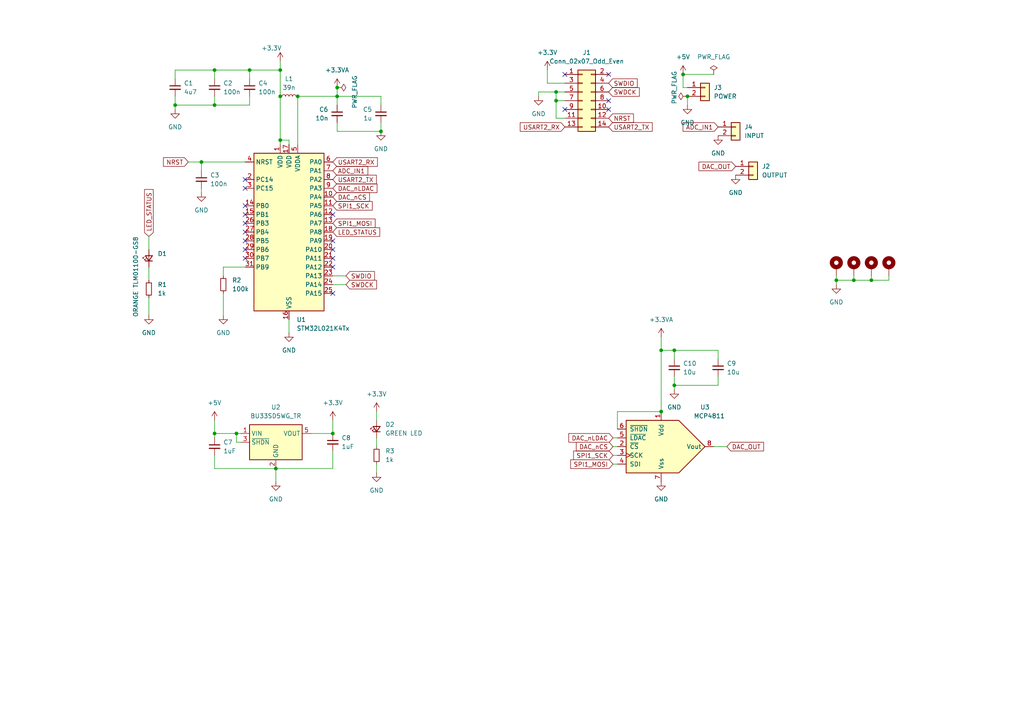
<source format=kicad_sch>
(kicad_sch (version 20230121) (generator eeschema)
  (paper "A4")
  (lib_symbols
    (symbol "Analog_DAC:MCP4801" (pin_names (offset 1.016))
      (property "Reference" "U" (at 1.27 10.795 0))
      (property "Value" "MCP4801" (at 1.27 8.89 0))
      (symbol "MCP4801_0_0"
        (polyline (pts (xy 12.7 0) (xy 5.08 7.62) (xy -10.16 7.62) (xy -10.16 -7.62) (xy 5.08 -7.62) (xy 12.7 0)) (stroke (width 0.254)) (fill (type background)))
      )
      (symbol "MCP4801_1_1"
        (pin power_in line (at 0 10.16 270) (length 2.54) (name "Vdd") (number "1"))
        (pin input line (at -12.7 0 0) (length 2.54) (name "~{CS}") (number "2"))
        (pin input clock (at -12.7 -2.54 0) (length 2.54) (name "SCK") (number "3"))
        (pin input line (at -12.7 -5.08 0) (length 2.54) (name "SDI") (number "4"))
        (pin input line (at -12.7 2.54 0) (length 2.54) (name "~{LDAC}") (number "5"))
        (pin input line (at -12.7 5.08 0) (length 2.54) (name "~{SHDN}") (number "6"))
        (pin power_in line (at 0 -10.16 90) (length 2.54) (name "Vss") (number "7"))
        (pin output line (at 15.24 0 180) (length 2.54) (name "Vout") (number "8"))
      )
    )
    (symbol "Connector_Generic:Conn_01x02" (pin_names (offset 1.016) hide)
      (property "Reference" "J" (at 0 2.54 0))
      (property "Value" "Conn_01x02" (at 0 -5.08 0))
      (symbol "Conn_01x02_1_1"
        (rectangle (start -1.27 -2.413) (end 0 -2.667) (stroke (width 0.1524)))
        (rectangle (start -1.27 0.127) (end 0 -0.127) (stroke (width 0.1524)))
        (rectangle (start -1.27 1.27) (end 1.27 -3.81) (stroke (width 0.254)) (fill (type background)))
        (pin passive line (at -5.08 0 0) (length 3.81) (name "Pin_1") (number "1"))
        (pin passive line (at -5.08 -2.54 0) (length 3.81) (name "Pin_2") (number "2"))
      )
    )
    (symbol "Connector_Generic:Conn_02x07_Odd_Even" (pin_names (offset 1.016) hide)
      (property "Reference" "J" (at 1.27 10.16 0))
      (property "Value" "Conn_02x07_Odd_Even" (at 1.27 -10.16 0))
      (symbol "Conn_02x07_Odd_Even_1_1"
        (rectangle (start -1.27 -7.493) (end 0 -7.747) (stroke (width 0.1524)))
        (rectangle (start -1.27 -4.953) (end 0 -5.207) (stroke (width 0.1524)))
        (rectangle (start -1.27 -2.413) (end 0 -2.667) (stroke (width 0.1524)))
        (rectangle (start -1.27 0.127) (end 0 -0.127) (stroke (width 0.1524)))
        (rectangle (start -1.27 2.667) (end 0 2.413) (stroke (width 0.1524)))
        (rectangle (start -1.27 5.207) (end 0 4.953) (stroke (width 0.1524)))
        (rectangle (start -1.27 7.747) (end 0 7.493) (stroke (width 0.1524)))
        (rectangle (start -1.27 8.89) (end 3.81 -8.89) (stroke (width 0.254)) (fill (type background)))
        (rectangle (start 3.81 -7.493) (end 2.54 -7.747) (stroke (width 0.1524)))
        (rectangle (start 3.81 -4.953) (end 2.54 -5.207) (stroke (width 0.1524)))
        (rectangle (start 3.81 -2.413) (end 2.54 -2.667) (stroke (width 0.1524)))
        (rectangle (start 3.81 0.127) (end 2.54 -0.127) (stroke (width 0.1524)))
        (rectangle (start 3.81 2.667) (end 2.54 2.413) (stroke (width 0.1524)))
        (rectangle (start 3.81 5.207) (end 2.54 4.953) (stroke (width 0.1524)))
        (rectangle (start 3.81 7.747) (end 2.54 7.493) (stroke (width 0.1524)))
        (pin passive line (at -5.08 7.62 0) (length 3.81) (name "Pin_1") (number "1"))
        (pin passive line (at 7.62 -2.54 180) (length 3.81) (name "Pin_10") (number "10"))
        (pin passive line (at -5.08 -5.08 0) (length 3.81) (name "Pin_11") (number "11"))
        (pin passive line (at 7.62 -5.08 180) (length 3.81) (name "Pin_12") (number "12"))
        (pin passive line (at -5.08 -7.62 0) (length 3.81) (name "Pin_13") (number "13"))
        (pin passive line (at 7.62 -7.62 180) (length 3.81) (name "Pin_14") (number "14"))
        (pin passive line (at 7.62 7.62 180) (length 3.81) (name "Pin_2") (number "2"))
        (pin passive line (at -5.08 5.08 0) (length 3.81) (name "Pin_3") (number "3"))
        (pin passive line (at 7.62 5.08 180) (length 3.81) (name "Pin_4") (number "4"))
        (pin passive line (at -5.08 2.54 0) (length 3.81) (name "Pin_5") (number "5"))
        (pin passive line (at 7.62 2.54 180) (length 3.81) (name "Pin_6") (number "6"))
        (pin passive line (at -5.08 0 0) (length 3.81) (name "Pin_7") (number "7"))
        (pin passive line (at 7.62 0 180) (length 3.81) (name "Pin_8") (number "8"))
        (pin passive line (at -5.08 -2.54 0) (length 3.81) (name "Pin_9") (number "9"))
      )
    )
    (symbol "Device:C_Small" (pin_numbers hide) (pin_names (offset 0.254) hide)
      (property "Reference" "C" (at 0.254 1.778 0))
      (property "Value" "C_Small" (at 0.254 -2.032 0))
      (symbol "C_Small_0_1"
        (polyline (pts (xy -1.524 -0.508) (xy 1.524 -0.508)) (stroke (width 0.3302)))
        (polyline (pts (xy -1.524 0.508) (xy 1.524 0.508)) (stroke (width 0.3048)))
      )
      (symbol "C_Small_1_1"
        (pin passive line (at 0 2.54 270) (length 2.032) (name "~") (number "1"))
        (pin passive line (at 0 -2.54 90) (length 2.032) (name "~") (number "2"))
      )
    )
    (symbol "Device:LED_Small" (pin_numbers hide) (pin_names (offset 0.254) hide)
      (property "Reference" "D" (at -1.27 3.175 0))
      (property "Value" "LED_Small" (at -4.445 -2.54 0))
      (symbol "LED_Small_0_1"
        (polyline (pts (xy -0.762 -1.016) (xy -0.762 1.016)) (stroke (width 0.254)))
        (polyline (pts (xy 1.016 0) (xy -0.762 0)))
        (polyline (pts (xy 0.762 -1.016) (xy -0.762 0) (xy 0.762 1.016) (xy 0.762 -1.016)) (stroke (width 0.254)))
        (polyline (pts (xy 0 0.762) (xy -0.508 1.27) (xy -0.254 1.27) (xy -0.508 1.27) (xy -0.508 1.016)))
        (polyline (pts (xy 0.508 1.27) (xy 0 1.778) (xy 0.254 1.778) (xy 0 1.778) (xy 0 1.524)))
      )
      (symbol "LED_Small_1_1"
        (pin passive line (at -2.54 0 0) (length 1.778) (name "K") (number "1"))
        (pin passive line (at 2.54 0 180) (length 1.778) (name "A") (number "2"))
      )
    )
    (symbol "Device:L_Small" (pin_numbers hide) (pin_names (offset 0.254) hide)
      (property "Reference" "L" (at 0.762 1.016 0))
      (property "Value" "L_Small" (at 0.762 -1.016 0))
      (symbol "L_Small_0_1"
        (arc (start 0 -2.032) (mid 0.5058 -1.524) (end 0 -1.016))
        (arc (start 0 -1.016) (mid 0.5058 -0.508) (end 0 0))
        (arc (start 0 0) (mid 0.5058 0.508) (end 0 1.016))
        (arc (start 0 1.016) (mid 0.5058 1.524) (end 0 2.032))
      )
      (symbol "L_Small_1_1"
        (pin passive line (at 0 2.54 270) (length 0.508) (name "~") (number "1"))
        (pin passive line (at 0 -2.54 90) (length 0.508) (name "~") (number "2"))
      )
    )
    (symbol "Device:R_Small" (pin_numbers hide) (pin_names (offset 0.254) hide)
      (property "Reference" "R" (at 0.762 0.508 0))
      (property "Value" "R_Small" (at 0.762 -1.016 0))
      (symbol "R_Small_0_1"
        (rectangle (start -0.762 1.778) (end 0.762 -1.778) (stroke (width 0.2032)))
      )
      (symbol "R_Small_1_1"
        (pin passive line (at 0 2.54 270) (length 0.762) (name "~") (number "1"))
        (pin passive line (at 0 -2.54 90) (length 0.762) (name "~") (number "2"))
      )
    )
    (symbol "MCU_ST_STM32L0:STM32L021K4Tx"
      (property "Reference" "U" (at -10.16 24.13 0))
      (property "Value" "STM32L021K4Tx" (at 5.08 24.13 0))
      (symbol "STM32L021K4Tx_0_1"
        (rectangle (start -10.16 -22.86) (end 10.16 22.86) (stroke (width 0.254)) (fill (type background)))
      )
      (symbol "STM32L021K4Tx_1_1"
        (pin power_in line (at -2.54 25.4 270) (length 2.54) (name "VDD") (number "1"))
        (pin bidirectional line (at 12.7 10.16 180) (length 2.54) (name "PA4") (number "10"))
        (pin bidirectional line (at 12.7 7.62 180) (length 2.54) (name "PA5") (number "11"))
        (pin bidirectional line (at 12.7 5.08 180) (length 2.54) (name "PA6") (number "12"))
        (pin bidirectional line (at 12.7 2.54 180) (length 2.54) (name "PA7") (number "13"))
        (pin bidirectional line (at -12.7 7.62 0) (length 2.54) (name "PB0") (number "14"))
        (pin bidirectional line (at -12.7 5.08 0) (length 2.54) (name "PB1") (number "15"))
        (pin power_in line (at 0 -25.4 90) (length 2.54) (name "VSS") (number "16"))
        (pin power_in line (at 0 25.4 270) (length 2.54) (name "VDD") (number "17"))
        (pin bidirectional line (at 12.7 0 180) (length 2.54) (name "PA8") (number "18"))
        (pin bidirectional line (at 12.7 -2.54 180) (length 2.54) (name "PA9") (number "19"))
        (pin bidirectional line (at -12.7 15.24 0) (length 2.54) (name "PC14") (number "2"))
        (pin bidirectional line (at 12.7 -5.08 180) (length 2.54) (name "PA10") (number "20"))
        (pin bidirectional line (at 12.7 -7.62 180) (length 2.54) (name "PA11") (number "21"))
        (pin bidirectional line (at 12.7 -10.16 180) (length 2.54) (name "PA12") (number "22"))
        (pin bidirectional line (at 12.7 -12.7 180) (length 2.54) (name "PA13") (number "23"))
        (pin bidirectional line (at 12.7 -15.24 180) (length 2.54) (name "PA14") (number "24"))
        (pin bidirectional line (at 12.7 -17.78 180) (length 2.54) (name "PA15") (number "25"))
        (pin bidirectional line (at -12.7 2.54 0) (length 2.54) (name "PB3") (number "26"))
        (pin bidirectional line (at -12.7 0 0) (length 2.54) (name "PB4") (number "27"))
        (pin bidirectional line (at -12.7 -2.54 0) (length 2.54) (name "PB5") (number "28"))
        (pin bidirectional line (at -12.7 -5.08 0) (length 2.54) (name "PB6") (number "29"))
        (pin bidirectional line (at -12.7 12.7 0) (length 2.54) (name "PC15") (number "3"))
        (pin bidirectional line (at -12.7 -7.62 0) (length 2.54) (name "PB7") (number "30"))
        (pin bidirectional line (at -12.7 -10.16 0) (length 2.54) (name "PB9") (number "31"))
        (pin passive line (at 0 -25.4 90) (length 2.54) hide (name "VSS") (number "32"))
        (pin input line (at -12.7 20.32 0) (length 2.54) (name "NRST") (number "4"))
        (pin power_in line (at 2.54 25.4 270) (length 2.54) (name "VDDA") (number "5"))
        (pin bidirectional line (at 12.7 20.32 180) (length 2.54) (name "PA0") (number "6"))
        (pin bidirectional line (at 12.7 17.78 180) (length 2.54) (name "PA1") (number "7"))
        (pin bidirectional line (at 12.7 15.24 180) (length 2.54) (name "PA2") (number "8"))
        (pin bidirectional line (at 12.7 12.7 180) (length 2.54) (name "PA3") (number "9"))
      )
    )
    (symbol "Mechanical:MountingHole_Pad" (pin_numbers hide) (pin_names (offset 1.016) hide)
      (property "Reference" "H" (at 0 6.35 0))
      (property "Value" "MountingHole_Pad" (at 0 4.445 0))
      (symbol "MountingHole_Pad_0_1"
        (circle (center 0 1.27) (radius 1.27) (stroke (width 1.27)))
      )
      (symbol "MountingHole_Pad_1_1"
        (pin input line (at 0 -2.54 90) (length 2.54) (name "1") (number "1"))
      )
    )
    (symbol "Regulator_Linear:MCP1802x-xx02xOT"
      (property "Reference" "U" (at -6.35 6.35 0))
      (property "Value" "MCP1802x-xx02xOT" (at 0 6.35 0))
      (symbol "MCP1802x-xx02xOT_0_1"
        (rectangle (start -7.62 5.08) (end 7.62 -5.08) (stroke (width 0.254)) (fill (type background)))
      )
      (symbol "MCP1802x-xx02xOT_1_1"
        (pin power_in line (at -10.16 2.54 0) (length 2.54) (name "VIN") (number "1"))
        (pin power_in line (at 0 -7.62 90) (length 2.54) (name "GND") (number "2"))
        (pin input line (at -10.16 0 0) (length 2.54) (name "~{SHDN}") (number "3"))
        (pin no_connect line (at 7.62 0 180) (length 2.54) hide (name "NC") (number "4"))
        (pin power_out line (at 10.16 2.54 180) (length 2.54) (name "VOUT") (number "5"))
      )
    )
    (symbol "power:+3.3V" (power) (pin_names (offset 0))
      (property "Value" "+3.3V" (at 0 3.556 0))
      (symbol "+3.3V_0_1"
        (polyline (pts (xy -0.762 1.27) (xy 0 2.54)))
        (polyline (pts (xy 0 0) (xy 0 2.54)))
        (polyline (pts (xy 0 2.54) (xy 0.762 1.27)))
      )
      (symbol "+3.3V_1_1"
        (pin power_in line (at 0 0 90) (length 0) hide (name "+3.3V") (number "1"))
      )
    )
    (symbol "power:+3.3VA" (power) (pin_names (offset 0))
      (property "Value" "+3.3VA" (at 0 3.556 0))
      (symbol "+3.3VA_0_1"
        (polyline (pts (xy -0.762 1.27) (xy 0 2.54)))
        (polyline (pts (xy 0 0) (xy 0 2.54)))
        (polyline (pts (xy 0 2.54) (xy 0.762 1.27)))
      )
      (symbol "+3.3VA_1_1"
        (pin power_in line (at 0 0 90) (length 0) hide (name "+3.3VA") (number "1"))
      )
    )
    (symbol "power:+5V" (power) (pin_names (offset 0))
      (property "Value" "+5V" (at 0 3.556 0))
      (symbol "+5V_0_1"
        (polyline (pts (xy -0.762 1.27) (xy 0 2.54)))
        (polyline (pts (xy 0 0) (xy 0 2.54)))
        (polyline (pts (xy 0 2.54) (xy 0.762 1.27)))
      )
      (symbol "+5V_1_1"
        (pin power_in line (at 0 0 90) (length 0) hide (name "+5V") (number "1"))
      )
    )
    (symbol "power:GND" (power) (pin_names (offset 0))
      (property "Value" "GND" (at 0 -3.81 0))
      (symbol "GND_0_1"
        (polyline (pts (xy 0 0) (xy 0 -1.27) (xy 1.27 -1.27) (xy 0 -2.54) (xy -1.27 -1.27) (xy 0 -1.27)))
      )
      (symbol "GND_1_1"
        (pin power_in line (at 0 0 270) (length 0) hide (name "GND") (number "1"))
      )
    )
    (symbol "power:PWR_FLAG" (power) (pin_numbers hide) (pin_names (offset 0) hide)
      (property "Value" "PWR_FLAG" (at 0 3.81 0))
      (symbol "PWR_FLAG_0_0"
        (pin power_out line (at 0 0 90) (length 0) (name "pwr") (number "1"))
      )
      (symbol "PWR_FLAG_0_1"
        (polyline (pts (xy 0 0) (xy 0 1.27) (xy -1.016 1.905) (xy 0 2.54) (xy 1.016 1.905) (xy 0 1.27)))
      )
    )
  )
  (junction (at 242.57 81.28))
  (junction (at 191.77 119.38))
  (junction (at 161.29 29.21))
  (junction (at 195.58 111.76))
  (junction (at 86.36 27.94))
  (junction (at 252.73 81.28))
  (junction (at 62.23 30.48))
  (junction (at 110.49 38.1))
  (junction (at 198.12 21.59))
  (junction (at 97.79 27.94))
  (junction (at 195.58 101.6))
  (junction (at 199.39 27.94))
  (junction (at 62.23 125.73))
  (junction (at 161.29 26.67))
  (junction (at 81.28 20.32))
  (junction (at 191.77 101.6))
  (junction (at 247.65 81.28))
  (junction (at 68.58 125.73))
  (junction (at 81.28 27.94))
  (junction (at 58.42 46.99))
  (junction (at 62.23 20.32))
  (junction (at 80.01 135.89))
  (junction (at 81.28 40.64))
  (junction (at 72.39 20.32))
  (junction (at 96.52 125.73))
  (junction (at 50.8 30.48))
  (junction (at 97.79 25.4))
  (no_connect (at 96.52 77.47))
  (no_connect (at 71.12 64.77))
  (no_connect (at 96.52 69.85))
  (no_connect (at 163.83 21.59))
  (no_connect (at 71.12 69.85))
  (no_connect (at 71.12 52.07))
  (no_connect (at 176.53 29.21))
  (no_connect (at 176.53 21.59))
  (no_connect (at 176.53 31.75))
  (no_connect (at 71.12 72.39))
  (no_connect (at 163.83 31.75))
  (no_connect (at 71.12 67.31))
  (no_connect (at 71.12 59.69))
  (no_connect (at 96.52 85.09))
  (no_connect (at 71.12 54.61))
  (no_connect (at 96.52 72.39))
  (no_connect (at 71.12 62.23))
  (no_connect (at 96.52 74.93))
  (no_connect (at 71.12 74.93))
  (no_connect (at 96.52 62.23))
  (wire (pts (xy 191.77 97.79) (xy 191.77 101.6)))
  (wire (pts (xy 64.77 80.01) (xy 64.77 77.47)))
  (wire (pts (xy 195.58 111.76) (xy 195.58 113.03)))
  (wire (pts (xy 208.28 104.14) (xy 208.28 101.6)))
  (wire (pts (xy 96.52 82.55) (xy 100.33 82.55)))
  (wire (pts (xy 110.49 35.56) (xy 110.49 38.1)))
  (wire (pts (xy 81.28 40.64) (xy 83.82 40.64)))
  (wire (pts (xy 158.75 24.13) (xy 163.83 24.13)))
  (wire (pts (xy 208.28 111.76) (xy 195.58 111.76)))
  (wire (pts (xy 242.57 81.28) (xy 242.57 82.55)))
  (wire (pts (xy 83.82 41.91) (xy 83.82 40.64)))
  (wire (pts (xy 109.22 119.38) (xy 109.22 121.92)))
  (wire (pts (xy 69.85 128.27) (xy 68.58 128.27)))
  (wire (pts (xy 179.07 119.38) (xy 191.77 119.38)))
  (wire (pts (xy 81.28 20.32) (xy 81.28 27.94)))
  (wire (pts (xy 50.8 27.94) (xy 50.8 30.48)))
  (wire (pts (xy 177.8 127) (xy 179.07 127)))
  (wire (pts (xy 163.83 26.67) (xy 161.29 26.67)))
  (wire (pts (xy 252.73 81.28) (xy 257.81 81.28)))
  (wire (pts (xy 96.52 80.01) (xy 100.33 80.01)))
  (wire (pts (xy 62.23 125.73) (xy 62.23 127)))
  (wire (pts (xy 177.8 134.62) (xy 179.07 134.62)))
  (wire (pts (xy 90.17 125.73) (xy 96.52 125.73)))
  (wire (pts (xy 81.28 40.64) (xy 81.28 41.91)))
  (wire (pts (xy 50.8 30.48) (xy 62.23 30.48)))
  (wire (pts (xy 81.28 17.78) (xy 81.28 20.32)))
  (wire (pts (xy 62.23 27.94) (xy 62.23 30.48)))
  (wire (pts (xy 161.29 29.21) (xy 161.29 34.29)))
  (wire (pts (xy 68.58 128.27) (xy 68.58 125.73)))
  (wire (pts (xy 43.18 68.58) (xy 43.18 72.39)))
  (wire (pts (xy 58.42 54.61) (xy 58.42 55.88)))
  (wire (pts (xy 198.12 25.4) (xy 199.39 25.4)))
  (wire (pts (xy 72.39 20.32) (xy 81.28 20.32)))
  (wire (pts (xy 58.42 46.99) (xy 58.42 49.53)))
  (wire (pts (xy 257.81 81.28) (xy 257.81 80.01)))
  (wire (pts (xy 208.28 101.6) (xy 195.58 101.6)))
  (wire (pts (xy 252.73 80.01) (xy 252.73 81.28)))
  (wire (pts (xy 109.22 134.62) (xy 109.22 137.16)))
  (wire (pts (xy 62.23 121.92) (xy 62.23 125.73)))
  (wire (pts (xy 247.65 80.01) (xy 247.65 81.28)))
  (wire (pts (xy 207.01 21.59) (xy 198.12 21.59)))
  (wire (pts (xy 43.18 77.47) (xy 43.18 81.28)))
  (wire (pts (xy 199.39 30.48) (xy 199.39 27.94)))
  (wire (pts (xy 86.36 27.94) (xy 86.36 41.91)))
  (wire (pts (xy 43.18 86.36) (xy 43.18 91.44)))
  (wire (pts (xy 83.82 92.71) (xy 83.82 96.52)))
  (wire (pts (xy 58.42 46.99) (xy 71.12 46.99)))
  (wire (pts (xy 69.85 125.73) (xy 68.58 125.73)))
  (wire (pts (xy 161.29 34.29) (xy 163.83 34.29)))
  (wire (pts (xy 64.77 77.47) (xy 71.12 77.47)))
  (wire (pts (xy 161.29 26.67) (xy 161.29 29.21)))
  (wire (pts (xy 177.8 132.08) (xy 179.07 132.08)))
  (wire (pts (xy 54.61 46.99) (xy 58.42 46.99)))
  (wire (pts (xy 64.77 85.09) (xy 64.77 91.44)))
  (wire (pts (xy 158.75 24.13) (xy 158.75 20.32)))
  (wire (pts (xy 96.52 121.92) (xy 96.52 125.73)))
  (wire (pts (xy 97.79 35.56) (xy 97.79 38.1)))
  (wire (pts (xy 97.79 27.94) (xy 86.36 27.94)))
  (wire (pts (xy 97.79 38.1) (xy 110.49 38.1)))
  (wire (pts (xy 62.23 125.73) (xy 68.58 125.73)))
  (wire (pts (xy 97.79 30.48) (xy 97.79 27.94)))
  (wire (pts (xy 161.29 26.67) (xy 156.21 26.67)))
  (wire (pts (xy 163.83 29.21) (xy 161.29 29.21)))
  (wire (pts (xy 62.23 20.32) (xy 50.8 20.32)))
  (wire (pts (xy 109.22 127) (xy 109.22 129.54)))
  (wire (pts (xy 191.77 101.6) (xy 191.77 119.38)))
  (wire (pts (xy 198.12 21.59) (xy 198.12 25.4)))
  (wire (pts (xy 62.23 30.48) (xy 72.39 30.48)))
  (wire (pts (xy 62.23 132.08) (xy 62.23 135.89)))
  (wire (pts (xy 195.58 101.6) (xy 195.58 104.14)))
  (wire (pts (xy 179.07 124.46) (xy 179.07 119.38)))
  (wire (pts (xy 80.01 135.89) (xy 80.01 139.7)))
  (wire (pts (xy 50.8 30.48) (xy 50.8 31.75)))
  (wire (pts (xy 96.52 130.81) (xy 96.52 135.89)))
  (wire (pts (xy 81.28 40.64) (xy 81.28 27.94)))
  (wire (pts (xy 207.01 129.54) (xy 210.82 129.54)))
  (wire (pts (xy 50.8 20.32) (xy 50.8 22.86)))
  (wire (pts (xy 208.28 109.22) (xy 208.28 111.76)))
  (wire (pts (xy 156.21 26.67) (xy 156.21 27.94)))
  (wire (pts (xy 72.39 22.86) (xy 72.39 20.32)))
  (wire (pts (xy 191.77 101.6) (xy 195.58 101.6)))
  (wire (pts (xy 177.8 129.54) (xy 179.07 129.54)))
  (wire (pts (xy 72.39 27.94) (xy 72.39 30.48)))
  (wire (pts (xy 110.49 27.94) (xy 110.49 30.48)))
  (wire (pts (xy 247.65 81.28) (xy 252.73 81.28)))
  (wire (pts (xy 62.23 135.89) (xy 80.01 135.89)))
  (wire (pts (xy 242.57 81.28) (xy 247.65 81.28)))
  (wire (pts (xy 110.49 27.94) (xy 97.79 27.94)))
  (wire (pts (xy 62.23 22.86) (xy 62.23 20.32)))
  (wire (pts (xy 96.52 135.89) (xy 80.01 135.89)))
  (wire (pts (xy 195.58 109.22) (xy 195.58 111.76)))
  (wire (pts (xy 97.79 25.4) (xy 97.79 27.94)))
  (wire (pts (xy 242.57 80.01) (xy 242.57 81.28)))
  (wire (pts (xy 62.23 20.32) (xy 72.39 20.32)))
  (global_label "SPI1_SCK" (shape input) (at 96.52 59.69 0) (property "Intersheetrefs" "${INTERSHEET_REFS}" (effects hide)))
  (global_label "NRST" (shape input) (at 176.53 34.29 0) (property "Intersheetrefs" "${INTERSHEET_REFS}" (effects hide)))
  (global_label "DAC_OUT" (shape input) (at 213.36 48.26 180) (property "Intersheetrefs" "${INTERSHEET_REFS}" (effects hide)))
  (global_label "DAC_OUT" (shape input) (at 210.82 129.54 0) (property "Intersheetrefs" "${INTERSHEET_REFS}" (effects hide)))
  (global_label "ADC_IN1" (shape input) (at 208.28 36.83 180) (property "Intersheetrefs" "${INTERSHEET_REFS}" (effects hide)))
  (global_label "LED_STATUS" (shape input) (at 43.18 68.58 90) (property "Intersheetrefs" "${INTERSHEET_REFS}" (effects hide)))
  (global_label "SPI1_SCK" (shape input) (at 177.8 132.08 180) (property "Intersheetrefs" "${INTERSHEET_REFS}" (effects hide)))
  (global_label "SPI1_MOSI" (shape input) (at 177.8 134.62 180) (property "Intersheetrefs" "${INTERSHEET_REFS}" (effects hide)))
  (global_label "SWDIO" (shape input) (at 100.33 80.01 0) (property "Intersheetrefs" "${INTERSHEET_REFS}" (effects hide)))
  (global_label "SWDCK" (shape input) (at 100.33 82.55 0) (property "Intersheetrefs" "${INTERSHEET_REFS}" (effects hide)))
  (global_label "SWDIO" (shape input) (at 176.53 24.13 0) (property "Intersheetrefs" "${INTERSHEET_REFS}" (effects hide)))
  (global_label "SWDCK" (shape input) (at 176.53 26.67 0) (property "Intersheetrefs" "${INTERSHEET_REFS}" (effects hide)))
  (global_label "USART2_RX" (shape input) (at 163.83 36.83 180) (property "Intersheetrefs" "${INTERSHEET_REFS}" (effects hide)))
  (global_label "DAC_nLDAC" (shape input) (at 177.8 127 180) (property "Intersheetrefs" "${INTERSHEET_REFS}" (effects hide)))
  (global_label "DAC_nLDAC" (shape input) (at 96.52 54.61 0) (property "Intersheetrefs" "${INTERSHEET_REFS}" (effects hide)))
  (global_label "USART2_TX" (shape input) (at 96.52 52.07 0) (property "Intersheetrefs" "${INTERSHEET_REFS}" (effects hide)))
  (global_label "ADC_IN1" (shape input) (at 96.52 49.53 0) (property "Intersheetrefs" "${INTERSHEET_REFS}" (effects hide)))
  (global_label "LED_STATUS" (shape input) (at 96.52 67.31 0) (property "Intersheetrefs" "${INTERSHEET_REFS}" (effects hide)))
  (global_label "DAC_nCS" (shape input) (at 96.52 57.15 0) (property "Intersheetrefs" "${INTERSHEET_REFS}" (effects hide)))
  (global_label "DAC_nCS" (shape input) (at 177.8 129.54 180) (property "Intersheetrefs" "${INTERSHEET_REFS}" (effects hide)))
  (global_label "USART2_RX" (shape input) (at 96.52 46.99 0) (property "Intersheetrefs" "${INTERSHEET_REFS}" (effects hide)))
  (global_label "NRST" (shape input) (at 54.61 46.99 180) (property "Intersheetrefs" "${INTERSHEET_REFS}" (effects hide)))
  (global_label "SPI1_MOSI" (shape input) (at 96.52 64.77 0) (property "Intersheetrefs" "${INTERSHEET_REFS}" (effects hide)))
  (global_label "USART2_TX" (shape input) (at 176.53 36.83 0) (property "Intersheetrefs" "${INTERSHEET_REFS}" (effects hide)))
  (symbol (lib_id "power:GND") (at 208.28 39.37 0) (unit 1)
    (property "Reference" "#PWR021" (effects hide))
    (property "Value" "GND" (at 208.28 44.45 0))
  )
  (symbol (lib_id "power:+3.3VA") (at 97.79 25.4 0) (mirror y) (unit 1)
    (property "Reference" "#PWR07" (effects hide))
    (property "Value" "+3.3VA" (at 97.79 20.32 0))
  )
  (symbol (lib_id "power:GND") (at 64.77 91.44 0) (unit 1)
    (property "Reference" "#PWR010" (effects hide))
    (property "Value" "GND" (at 64.77 96.52 0))
  )
  (symbol (lib_id "power:GND") (at 58.42 55.88 0) (unit 1)
    (property "Reference" "#PWR011" (effects hide))
    (property "Value" "GND" (at 58.42 60.96 0))
  )
  (symbol (lib_id "Device:C_Small") (at 62.23 25.4 0) (unit 1)
    (property "Reference" "C2" (at 64.77 24.1363 0) (effects (justify left)))
    (property "Value" "100n" (at 64.77 26.6763 0) (effects (justify left)))
    (property "Footprint" "Capacitor_SMD:C_0805_2012Metric_Pad1.18x1.45mm_HandSolder" (effects hide))
  )
  (symbol (lib_id "Connector_Generic:Conn_02x07_Odd_Even") (at 168.91 29.21 0) (unit 1)
    (property "Reference" "J1" (at 170.18 15.24 0))
    (property "Value" "Conn_02x07_Odd_Even" (at 170.18 17.78 0))
    (property "Footprint" "Connector_PinHeader_1.27mm:PinHeader_2x07_P1.27mm_Vertical_SMD" (effects hide))
  )
  (symbol (lib_id "power:GND") (at 213.36 50.8 0) (unit 1)
    (property "Reference" "#PWR022" (effects hide))
    (property "Value" "GND" (at 213.36 55.88 0))
  )
  (symbol (lib_id "Device:R_Small") (at 43.18 83.82 0) (unit 1)
    (property "Reference" "R1" (at 45.72 82.55 0) (effects (justify left)))
    (property "Value" "1k" (at 45.72 85.09 0) (effects (justify left)))
    (property "Footprint" "Resistor_SMD:R_0805_2012Metric_Pad1.20x1.40mm_HandSolder" (effects hide))
  )
  (symbol (lib_id "power:PWR_FLAG") (at 199.39 27.94 90) (unit 1)
    (property "Reference" "#FLG03" (effects hide))
    (property "Value" "PWR_FLAG" (at 195.58 25.4 0))
  )
  (symbol (lib_id "power:GND") (at 195.58 113.03 0) (unit 1)
    (property "Reference" "#PWR014" (effects hide))
    (property "Value" "GND" (at 195.58 118.11 0))
  )
  (symbol (lib_id "power:+5V") (at 62.23 121.92 0) (unit 1)
    (property "Reference" "#PWR013" (effects hide))
    (property "Value" "+5V" (at 62.23 116.84 0))
  )
  (symbol (lib_id "Device:R_Small") (at 64.77 82.55 0) (unit 1)
    (property "Reference" "R2" (at 67.31 81.28 0) (effects (justify left)))
    (property "Value" "100k" (at 67.31 83.82 0) (effects (justify left)))
    (property "Footprint" "Resistor_SMD:R_0805_2012Metric_Pad1.20x1.40mm_HandSolder" (effects hide))
  )
  (symbol (lib_id "Mechanical:MountingHole_Pad") (at 242.57 77.47 0) (unit 1)
    (property "Reference" "H101" (effects hide))
    (property "Value" "MountingHole_Pad" (effects hide))
    (property "Footprint" "MountingHole:MountingHole_3.2mm_M3_Pad" (effects hide))
  )
  (symbol (lib_id "power:+3.3V") (at 96.52 121.92 0) (unit 1)
    (property "Reference" "#PWR012" (effects hide))
    (property "Value" "+3.3V" (at 96.52 116.84 0))
  )
  (symbol (lib_id "power:GND") (at 156.21 27.94 0) (unit 1)
    (property "Reference" "#PWR016" (effects hide))
    (property "Value" "GND" (at 156.21 33.02 0))
  )
  (symbol (lib_id "MCU_ST_STM32L0:STM32L021K4Tx") (at 83.82 67.31 0) (unit 1)
    (property "Reference" "U1" (at 86.0141 92.71 0) (effects (justify left)))
    (property "Value" "STM32L021K4Tx" (at 86.0141 95.25 0) (effects (justify left)))
    (property "Footprint" "Package_QFP:LQFP-32_7x7mm_P0.8mm" (effects hide))
    (property "Datasheet" "https://www.st.com/resource/en/datasheet/stm32l021k4.pdf" (effects hide))
  )
  (symbol (lib_id "Device:LED_Small") (at 43.18 74.93 90) (unit 1)
    (property "Reference" "D1" (at 45.72 73.5965 90) (effects (justify right)))
    (property "Value" "ORANGE TLM01100-GS8" (at 39.37 68.58 0) (effects (justify right)))
    (property "Footprint" "LED_SMD:LED_0603_1608Metric_Pad1.05x0.95mm_HandSolder" (effects hide))
  )
  (symbol (lib_id "Mechanical:MountingHole_Pad") (at 257.81 77.47 0) (unit 1)
    (property "Reference" "H104" (effects hide))
    (property "Value" "MountingHole_Pad" (effects hide))
    (property "Footprint" "MountingHole:MountingHole_3.2mm_M3_Pad" (effects hide))
  )
  (symbol (lib_id "Connector_Generic:Conn_01x02") (at 213.36 36.83 0) (unit 1)
    (property "Reference" "J4" (at 215.9 36.83 0) (effects (justify left)))
    (property "Value" "INPUT" (at 215.9 39.37 0) (effects (justify left)))
    (property "Footprint" "Connector_JST:JST_XH_B2B-XH-A_1x02_P2.50mm_Vertical" (effects hide))
  )
  (symbol (lib_id "Device:C_Small") (at 62.23 129.54 0) (unit 1)
    (property "Reference" "C7" (at 64.77 128.2763 0) (effects (justify left)))
    (property "Value" "1uF" (at 64.77 130.8163 0) (effects (justify left)))
    (property "Footprint" "Capacitor_SMD:C_0805_2012Metric" (effects hide))
  )
  (symbol (lib_id "power:+3.3V") (at 81.28 17.78 0) (unit 1)
    (property "Reference" "#PWR02" (effects hide))
    (property "Value" "+3.3V" (at 78.74 13.97 0))
  )
  (symbol (lib_id "Mechanical:MountingHole_Pad") (at 252.73 77.47 0) (unit 1)
    (property "Reference" "H103" (effects hide))
    (property "Value" "MountingHole_Pad" (effects hide))
    (property "Footprint" "MountingHole:MountingHole_3.2mm_M3_Pad" (effects hide))
  )
  (symbol (lib_id "Device:C_Small") (at 208.28 106.68 0) (unit 1)
    (property "Reference" "C9" (at 210.82 105.4163 0) (effects (justify left)))
    (property "Value" "10u" (at 210.82 107.9563 0) (effects (justify left)))
    (property "Footprint" "Capacitor_SMD:C_0805_2012Metric_Pad1.18x1.45mm_HandSolder" (effects hide))
  )
  (symbol (lib_id "Device:L_Small") (at 83.82 27.94 270) (mirror x) (unit 1)
    (property "Reference" "L1" (at 83.82 22.86 90))
    (property "Value" "39n" (at 83.82 25.4 90))
    (property "Footprint" "Inductor_SMD:L_0805_2012Metric_Pad1.05x1.20mm_HandSolder" (effects hide))
  )
  (symbol (lib_id "Analog_DAC:MCP4801") (at 191.77 129.54 0) (unit 1)
    (property "Reference" "U3" (at 204.47 118.11 0))
    (property "Value" "MCP4811" (at 205.74 120.65 0))
    (property "Footprint" "Package_SO:SOIC-8_3.9x4.9mm_P1.27mm" (effects hide))
    (property "Datasheet" "http://ww1.microchip.com/downloads/en/DeviceDoc/22244B.pdf" (effects hide))
  )
  (symbol (lib_id "power:+5V") (at 198.12 21.59 0) (unit 1)
    (property "Reference" "#PWR019" (effects hide))
    (property "Value" "+5V" (at 198.12 16.51 0))
  )
  (symbol (lib_id "power:GND") (at 50.8 31.75 0) (unit 1)
    (property "Reference" "#PWR05" (effects hide))
    (property "Value" "GND" (at 50.8 36.83 0))
  )
  (symbol (lib_id "Device:C_Small") (at 110.49 33.02 0) (mirror y) (unit 1)
    (property "Reference" "C5" (at 107.95 31.7563 0) (effects (justify left)))
    (property "Value" "1u" (at 107.95 34.2963 0) (effects (justify left)))
    (property "Footprint" "Capacitor_SMD:C_0805_2012Metric_Pad1.18x1.45mm_HandSolder" (effects hide))
  )
  (symbol (lib_id "power:+3.3VA") (at 191.77 97.79 0) (mirror y) (unit 1)
    (property "Reference" "#PWR015" (effects hide))
    (property "Value" "+3.3VA" (at 191.77 92.71 0))
  )
  (symbol (lib_id "power:GND") (at 43.18 91.44 0) (unit 1)
    (property "Reference" "#PWR09" (effects hide))
    (property "Value" "GND" (at 43.18 96.52 0))
  )
  (symbol (lib_id "power:PWR_FLAG") (at 97.79 25.4 270) (unit 1)
    (property "Reference" "#FLG02" (effects hide))
    (property "Value" "PWR_FLAG" (at 102.87 26.67 0))
  )
  (symbol (lib_id "Device:C_Small") (at 50.8 25.4 0) (unit 1)
    (property "Reference" "C1" (at 53.34 24.1363 0) (effects (justify left)))
    (property "Value" "4u7" (at 53.34 26.6763 0) (effects (justify left)))
    (property "Footprint" "LED_SMD:LED_0603_1608Metric_Pad1.05x0.95mm_HandSolder" (effects hide))
  )
  (symbol (lib_id "power:GND") (at 109.22 137.16 0) (unit 1)
    (property "Reference" "#PWR06" (effects hide))
    (property "Value" "GND" (at 109.22 142.24 0))
  )
  (symbol (lib_id "power:PWR_FLAG") (at 207.01 21.59 0) (unit 1)
    (property "Reference" "#FLG01" (effects hide))
    (property "Value" "PWR_FLAG" (at 207.01 16.51 0))
  )
  (symbol (lib_id "Regulator_Linear:MCP1802x-xx02xOT") (at 80.01 128.27 0) (unit 1)
    (property "Reference" "U2" (at 80.01 118.11 0))
    (property "Value" "BU33SD5WG_TR" (at 80.01 120.65 0))
    (property "Footprint" "Package_TO_SOT_SMD:SOT-23-5" (effects hide))
    (property "Datasheet" "http://ww1.microchip.com/downloads/en/DeviceDoc/22053C.pdf" (effects hide))
  )
  (symbol (lib_id "power:+3.3V") (at 158.75 20.32 0) (unit 1)
    (property "Reference" "#PWR018" (effects hide))
    (property "Value" "+3.3V" (at 158.75 15.24 0))
  )
  (symbol (lib_id "power:GND") (at 191.77 139.7 0) (unit 1)
    (property "Reference" "#PWR017" (effects hide))
    (property "Value" "GND" (at 191.77 144.78 0))
  )
  (symbol (lib_id "Mechanical:MountingHole_Pad") (at 247.65 77.47 0) (unit 1)
    (property "Reference" "H102" (effects hide))
    (property "Value" "MountingHole_Pad" (effects hide))
    (property "Footprint" "MountingHole:MountingHole_3.2mm_M3_Pad" (effects hide))
  )
  (symbol (lib_id "power:GND") (at 110.49 38.1 0) (mirror y) (unit 1)
    (property "Reference" "#PWR08" (effects hide))
    (property "Value" "GND" (at 110.49 43.18 0))
  )
  (symbol (lib_id "power:GND") (at 199.39 30.48 0) (unit 1)
    (property "Reference" "#PWR020" (effects hide))
    (property "Value" "GND" (at 199.39 35.56 0))
  )
  (symbol (lib_id "Connector_Generic:Conn_01x02") (at 218.44 48.26 0) (unit 1)
    (property "Reference" "J2" (at 220.98 48.26 0) (effects (justify left)))
    (property "Value" "OUTPUT" (at 220.98 50.8 0) (effects (justify left)))
    (property "Footprint" "Connector_JST:JST_XH_B2B-XH-A_1x02_P2.50mm_Vertical" (effects hide))
  )
  (symbol (lib_id "Device:C_Small") (at 195.58 106.68 0) (unit 1)
    (property "Reference" "C10" (at 198.12 105.4163 0) (effects (justify left)))
    (property "Value" "10u" (at 198.12 107.9563 0) (effects (justify left)))
    (property "Footprint" "Capacitor_SMD:C_0805_2012Metric_Pad1.18x1.45mm_HandSolder" (effects hide))
  )
  (symbol (lib_id "power:+3.3V") (at 109.22 119.38 0) (unit 1)
    (property "Reference" "#PWR04" (effects hide))
    (property "Value" "+3.3V" (at 109.22 114.3 0))
  )
  (symbol (lib_id "Device:C_Small") (at 58.42 52.07 0) (unit 1)
    (property "Reference" "C3" (at 60.96 50.8063 0) (effects (justify left)))
    (property "Value" "100n" (at 60.96 53.3463 0) (effects (justify left)))
    (property "Footprint" "Capacitor_SMD:C_0805_2012Metric_Pad1.18x1.45mm_HandSolder" (effects hide))
  )
  (symbol (lib_id "Device:C_Small") (at 72.39 25.4 0) (unit 1)
    (property "Reference" "C4" (at 74.93 24.1363 0) (effects (justify left)))
    (property "Value" "100n" (at 74.93 26.6763 0) (effects (justify left)))
    (property "Footprint" "Capacitor_SMD:C_0805_2012Metric_Pad1.18x1.45mm_HandSolder" (effects hide))
  )
  (symbol (lib_id "power:GND") (at 242.57 82.55 0) (unit 1)
    (property "Reference" "#PWR0101" (effects hide))
    (property "Value" "GND" (at 242.57 87.63 0))
  )
  (symbol (lib_id "Device:C_Small") (at 97.79 33.02 0) (mirror y) (unit 1)
    (property "Reference" "C6" (at 95.25 31.7563 0) (effects (justify left)))
    (property "Value" "10n" (at 95.25 34.2963 0) (effects (justify left)))
    (property "Footprint" "Capacitor_SMD:C_0805_2012Metric" (effects hide))
  )
  (symbol (lib_id "Device:R_Small") (at 109.22 132.08 0) (unit 1)
    (property "Reference" "R3" (at 111.76 130.81 0) (effects (justify left)))
    (property "Value" "1k" (at 111.76 133.35 0) (effects (justify left)))
    (property "Footprint" "Resistor_SMD:R_0805_2012Metric_Pad1.20x1.40mm_HandSolder" (effects hide))
  )
  (symbol (lib_id "Device:LED_Small") (at 109.22 124.46 90) (unit 1)
    (property "Reference" "D2" (at 111.76 123.1265 90) (effects (justify right)))
    (property "Value" "GREEN LED" (at 111.76 125.6665 90) (effects (justify right)))
    (property "Footprint" "LED_SMD:LED_0603_1608Metric_Pad1.05x0.95mm_HandSolder" (effects hide))
  )
  (symbol (lib_id "power:GND") (at 80.01 139.7 0) (unit 1)
    (property "Reference" "#PWR03" (effects hide))
    (property "Value" "GND" (at 80.01 144.78 0))
  )
  (symbol (lib_id "Connector_Generic:Conn_01x02") (at 204.47 25.4 0) (unit 1)
    (property "Reference" "J3" (at 207.01 25.4 0) (effects (justify left)))
    (property "Value" "POWER" (at 207.01 27.94 0) (effects (justify left)))
    (property "Footprint" "Connector_JST:JST_XH_B2B-XH-A_1x02_P2.50mm_Vertical" (effects hide))
  )
  (symbol (lib_id "power:GND") (at 83.82 96.52 0) (unit 1)
    (property "Reference" "#PWR01" (effects hide))
    (property "Value" "GND" (at 83.82 101.6 0))
  )
  (symbol (lib_id "Device:C_Small") (at 96.52 128.27 0) (unit 1)
    (property "Reference" "C8" (at 99.06 127.0063 0) (effects (justify left)))
    (property "Value" "1uF" (at 99.06 129.5463 0) (effects (justify left)))
    (property "Footprint" "Capacitor_SMD:C_0805_2012Metric" (effects hide))
  )
)
</source>
